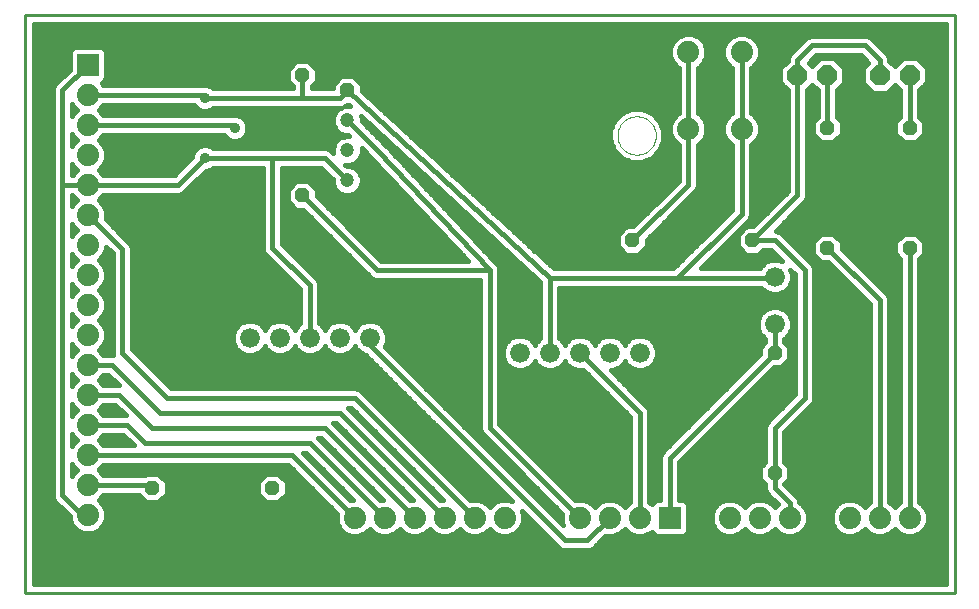
<source format=gbl>
G75*
G70*
%OFA0B0*%
%FSLAX24Y24*%
%IPPOS*%
%LPD*%
%AMOC8*
5,1,8,0,0,1.08239X$1,22.5*
%
%ADD10C,0.0100*%
%ADD11C,0.0360*%
%ADD12OC8,0.0480*%
%ADD13C,0.0660*%
%ADD14OC8,0.0472*%
%ADD15C,0.0472*%
%ADD16C,0.0000*%
%ADD17C,0.0740*%
%ADD18R,0.0740X0.0740*%
%ADD19OC8,0.0660*%
%ADD20C,0.0160*%
D10*
X004500Y000180D02*
X035500Y000180D01*
X035500Y019430D01*
X004500Y019430D01*
X004500Y000180D01*
D11*
X010500Y014680D03*
X011500Y015680D03*
X010500Y016680D03*
D12*
X013750Y017430D03*
X013750Y013430D03*
X024750Y011930D03*
X028750Y011930D03*
X031250Y011680D03*
X034000Y011680D03*
X029500Y008180D03*
X029500Y004180D03*
X012750Y003680D03*
X008750Y003680D03*
X031250Y015680D03*
X034000Y015680D03*
D13*
X029500Y010717D03*
X029500Y009143D03*
X025000Y008180D03*
X024000Y008180D03*
X023000Y008180D03*
X022000Y008180D03*
X021000Y008180D03*
X016000Y008680D03*
X015000Y008680D03*
X014000Y008680D03*
X013000Y008680D03*
X012000Y008680D03*
D14*
X015250Y016930D03*
D15*
X015250Y015930D03*
X015250Y014930D03*
X015250Y013930D03*
D16*
X024256Y015430D02*
X024258Y015480D01*
X024264Y015530D01*
X024274Y015579D01*
X024287Y015628D01*
X024305Y015675D01*
X024326Y015721D01*
X024350Y015764D01*
X024378Y015806D01*
X024409Y015846D01*
X024443Y015883D01*
X024480Y015917D01*
X024520Y015948D01*
X024562Y015976D01*
X024605Y016000D01*
X024651Y016021D01*
X024698Y016039D01*
X024747Y016052D01*
X024796Y016062D01*
X024846Y016068D01*
X024896Y016070D01*
X024946Y016068D01*
X024996Y016062D01*
X025045Y016052D01*
X025094Y016039D01*
X025141Y016021D01*
X025187Y016000D01*
X025230Y015976D01*
X025272Y015948D01*
X025312Y015917D01*
X025349Y015883D01*
X025383Y015846D01*
X025414Y015806D01*
X025442Y015764D01*
X025466Y015721D01*
X025487Y015675D01*
X025505Y015628D01*
X025518Y015579D01*
X025528Y015530D01*
X025534Y015480D01*
X025536Y015430D01*
X025534Y015380D01*
X025528Y015330D01*
X025518Y015281D01*
X025505Y015232D01*
X025487Y015185D01*
X025466Y015139D01*
X025442Y015096D01*
X025414Y015054D01*
X025383Y015014D01*
X025349Y014977D01*
X025312Y014943D01*
X025272Y014912D01*
X025230Y014884D01*
X025187Y014860D01*
X025141Y014839D01*
X025094Y014821D01*
X025045Y014808D01*
X024996Y014798D01*
X024946Y014792D01*
X024896Y014790D01*
X024846Y014792D01*
X024796Y014798D01*
X024747Y014808D01*
X024698Y014821D01*
X024651Y014839D01*
X024605Y014860D01*
X024562Y014884D01*
X024520Y014912D01*
X024480Y014943D01*
X024443Y014977D01*
X024409Y015014D01*
X024378Y015054D01*
X024350Y015096D01*
X024326Y015139D01*
X024305Y015185D01*
X024287Y015232D01*
X024274Y015281D01*
X024264Y015330D01*
X024258Y015380D01*
X024256Y015430D01*
D17*
X026610Y015650D03*
X028390Y015650D03*
X028390Y018210D03*
X026610Y018210D03*
X006602Y016778D03*
X006602Y015778D03*
X006602Y014778D03*
X006602Y013778D03*
X006602Y012778D03*
X006602Y011778D03*
X006602Y010778D03*
X006602Y009778D03*
X006602Y008778D03*
X006602Y007778D03*
X006602Y006778D03*
X006602Y005778D03*
X006602Y004778D03*
X006602Y003778D03*
X006602Y002778D03*
X015500Y002680D03*
X016500Y002680D03*
X017500Y002680D03*
X018500Y002680D03*
X019500Y002680D03*
X020500Y002680D03*
X023000Y002680D03*
X024000Y002680D03*
X025000Y002680D03*
X028000Y002680D03*
X029000Y002680D03*
X030000Y002680D03*
X032000Y002680D03*
X033000Y002680D03*
X034000Y002680D03*
D18*
X026000Y002680D03*
X006602Y017778D03*
D19*
X030250Y017430D03*
X031250Y017430D03*
X033000Y017430D03*
X034000Y017430D03*
D20*
X034000Y015680D01*
X034320Y016039D02*
X034480Y015879D01*
X034480Y015481D01*
X034199Y015200D01*
X033801Y015200D01*
X033520Y015481D01*
X033520Y015879D01*
X033680Y016039D01*
X033680Y016944D01*
X033500Y017124D01*
X033236Y016860D01*
X032764Y016860D01*
X032430Y017194D01*
X032430Y017666D01*
X032621Y017857D01*
X032367Y018110D01*
X030883Y018110D01*
X030629Y017857D01*
X030750Y017736D01*
X031014Y018000D01*
X031486Y018000D01*
X031820Y017666D01*
X031820Y017194D01*
X031570Y016944D01*
X031570Y016039D01*
X031730Y015879D01*
X031730Y015481D01*
X031449Y015200D01*
X031051Y015200D01*
X030770Y015481D01*
X030770Y015879D01*
X030930Y016039D01*
X030930Y016944D01*
X030750Y017124D01*
X030570Y016944D01*
X030570Y013366D01*
X030521Y013249D01*
X029523Y012250D01*
X029564Y012250D01*
X029681Y012201D01*
X030681Y011201D01*
X030771Y011111D01*
X030820Y010994D01*
X030820Y006616D01*
X030771Y006499D01*
X029820Y005547D01*
X029820Y004539D01*
X029980Y004379D01*
X029980Y003981D01*
X029820Y003821D01*
X029820Y003813D01*
X030271Y003361D01*
X030320Y003244D01*
X030320Y003208D01*
X030346Y003197D01*
X030517Y003026D01*
X030610Y002801D01*
X030610Y002559D01*
X030517Y002334D01*
X030346Y002163D01*
X030121Y002070D01*
X029879Y002070D01*
X029654Y002163D01*
X029500Y002317D01*
X029346Y002163D01*
X029121Y002070D01*
X028879Y002070D01*
X028654Y002163D01*
X028500Y002317D01*
X028346Y002163D01*
X028121Y002070D01*
X027879Y002070D01*
X027654Y002163D01*
X027483Y002334D01*
X027390Y002559D01*
X027390Y002801D01*
X027483Y003026D01*
X027654Y003197D01*
X027879Y003290D01*
X028121Y003290D01*
X028346Y003197D01*
X028500Y003043D01*
X028654Y003197D01*
X028879Y003290D01*
X029121Y003290D01*
X029346Y003197D01*
X029500Y003043D01*
X029592Y003135D01*
X029319Y003409D01*
X029229Y003499D01*
X029180Y003616D01*
X029180Y003821D01*
X029020Y003981D01*
X029020Y004379D01*
X029180Y004539D01*
X029180Y005744D01*
X029229Y005861D01*
X029319Y005951D01*
X030180Y006813D01*
X030180Y010797D01*
X030016Y010962D01*
X030070Y010831D01*
X030070Y010604D01*
X029983Y010395D01*
X029823Y010234D01*
X029613Y010147D01*
X029387Y010147D01*
X029177Y010234D01*
X029051Y010360D01*
X022320Y010360D01*
X022320Y008664D01*
X022323Y008663D01*
X022483Y008503D01*
X022500Y008462D01*
X022517Y008503D01*
X022677Y008663D01*
X022887Y008750D01*
X023113Y008750D01*
X023323Y008663D01*
X023483Y008503D01*
X023500Y008462D01*
X023517Y008503D01*
X023677Y008663D01*
X023887Y008750D01*
X024113Y008750D01*
X024323Y008663D01*
X024483Y008503D01*
X024500Y008462D01*
X024517Y008503D01*
X024677Y008663D01*
X024887Y008750D01*
X025113Y008750D01*
X025323Y008663D01*
X025483Y008503D01*
X025570Y008293D01*
X025570Y008067D01*
X025483Y007857D01*
X025323Y007697D01*
X025113Y007610D01*
X024887Y007610D01*
X024677Y007697D01*
X024517Y007857D01*
X024500Y007898D01*
X024483Y007857D01*
X024323Y007697D01*
X024113Y007610D01*
X024023Y007610D01*
X025271Y006361D01*
X025320Y006244D01*
X025320Y003208D01*
X025346Y003197D01*
X025406Y003137D01*
X025427Y003186D01*
X025494Y003253D01*
X025582Y003290D01*
X025680Y003290D01*
X025680Y004744D01*
X025729Y004861D01*
X025819Y004951D01*
X029020Y008153D01*
X029020Y008379D01*
X029180Y008539D01*
X029180Y008658D01*
X029177Y008659D01*
X029017Y008820D01*
X028930Y009029D01*
X028930Y009256D01*
X029017Y009465D01*
X029177Y009626D01*
X029387Y009713D01*
X029613Y009713D01*
X029823Y009626D01*
X029983Y009465D01*
X030070Y009256D01*
X030070Y009029D01*
X029983Y008820D01*
X029823Y008659D01*
X029820Y008658D01*
X029820Y008539D01*
X029980Y008379D01*
X029980Y007981D01*
X029699Y007700D01*
X029473Y007700D01*
X026320Y004547D01*
X026320Y003290D01*
X026418Y003290D01*
X026506Y003253D01*
X026573Y003186D01*
X026610Y003098D01*
X026610Y002262D01*
X026573Y002174D01*
X026506Y002107D01*
X026418Y002070D01*
X025582Y002070D01*
X025494Y002107D01*
X025427Y002174D01*
X025406Y002223D01*
X025346Y002163D01*
X025121Y002070D01*
X024879Y002070D01*
X024654Y002163D01*
X024500Y002317D01*
X024346Y002163D01*
X024121Y002070D01*
X023879Y002070D01*
X023853Y002081D01*
X023431Y001659D01*
X023314Y001610D01*
X022436Y001610D01*
X022319Y001659D01*
X022229Y001749D01*
X021063Y002914D01*
X021110Y002801D01*
X021110Y002559D01*
X021017Y002334D01*
X020846Y002163D01*
X020621Y002070D01*
X020379Y002070D01*
X020154Y002163D01*
X020000Y002317D01*
X019846Y002163D01*
X019621Y002070D01*
X019379Y002070D01*
X019154Y002163D01*
X019000Y002317D01*
X018846Y002163D01*
X018621Y002070D01*
X018379Y002070D01*
X018154Y002163D01*
X018000Y002317D01*
X017846Y002163D01*
X017621Y002070D01*
X017379Y002070D01*
X017154Y002163D01*
X017000Y002317D01*
X016846Y002163D01*
X016621Y002070D01*
X016379Y002070D01*
X016154Y002163D01*
X016000Y002317D01*
X015846Y002163D01*
X015621Y002070D01*
X015379Y002070D01*
X015154Y002163D01*
X014983Y002334D01*
X014890Y002559D01*
X014890Y002801D01*
X014901Y002827D01*
X013269Y004458D01*
X007130Y004458D01*
X007119Y004433D01*
X006965Y004278D01*
X007119Y004124D01*
X007130Y004098D01*
X008490Y004098D01*
X008551Y004160D01*
X008949Y004160D01*
X009230Y003879D01*
X009230Y003481D01*
X008949Y003200D01*
X008551Y003200D01*
X008293Y003458D01*
X007130Y003458D01*
X007119Y003433D01*
X006965Y003278D01*
X007119Y003124D01*
X007212Y002900D01*
X007212Y002657D01*
X007119Y002433D01*
X006948Y002261D01*
X006724Y002168D01*
X006481Y002168D01*
X006257Y002261D01*
X006085Y002433D01*
X005992Y002657D01*
X005992Y002735D01*
X005479Y003249D01*
X005430Y003366D01*
X005430Y016994D01*
X005479Y017111D01*
X005569Y017201D01*
X005992Y017625D01*
X005992Y018196D01*
X006029Y018284D01*
X006096Y018352D01*
X006185Y018388D01*
X007020Y018388D01*
X007108Y018352D01*
X007176Y018284D01*
X007212Y018196D01*
X007212Y017361D01*
X007176Y017272D01*
X007108Y017205D01*
X007059Y017185D01*
X007119Y017124D01*
X007130Y017098D01*
X010413Y017098D01*
X010416Y017100D01*
X010584Y017100D01*
X010738Y017036D01*
X010774Y017000D01*
X013430Y017000D01*
X013430Y017071D01*
X013270Y017231D01*
X013270Y017629D01*
X013551Y017910D01*
X013949Y017910D01*
X014230Y017629D01*
X014230Y017231D01*
X014070Y017071D01*
X014070Y017000D01*
X014774Y017000D01*
X014774Y017127D01*
X015053Y017406D01*
X015447Y017406D01*
X015726Y017127D01*
X015726Y016925D01*
X022125Y011000D01*
X026117Y011000D01*
X028070Y012953D01*
X028070Y015122D01*
X028044Y015133D01*
X027873Y015304D01*
X027780Y015529D01*
X027780Y015771D01*
X027873Y015996D01*
X028044Y016167D01*
X028070Y016178D01*
X028070Y017682D01*
X028044Y017693D01*
X027873Y017864D01*
X027780Y018089D01*
X027780Y018331D01*
X027873Y018556D01*
X028044Y018727D01*
X028269Y018820D01*
X028511Y018820D01*
X028736Y018727D01*
X028907Y018556D01*
X029000Y018331D01*
X029000Y018089D01*
X028907Y017864D01*
X028736Y017693D01*
X028710Y017682D01*
X028710Y016178D01*
X028736Y016167D01*
X028907Y015996D01*
X029000Y015771D01*
X029000Y015529D01*
X028907Y015304D01*
X028736Y015133D01*
X028710Y015122D01*
X028710Y012756D01*
X028661Y012639D01*
X027023Y011000D01*
X029000Y011000D01*
X029017Y011040D01*
X029177Y011201D01*
X029387Y011287D01*
X029613Y011287D01*
X029744Y011233D01*
X029367Y011610D01*
X029109Y011610D01*
X028949Y011450D01*
X028551Y011450D01*
X028270Y011731D01*
X028270Y012129D01*
X028551Y012410D01*
X028777Y012410D01*
X029930Y013563D01*
X029930Y016944D01*
X029680Y017194D01*
X029680Y017666D01*
X029930Y017916D01*
X029930Y017994D01*
X029979Y018111D01*
X030479Y018611D01*
X030569Y018701D01*
X030686Y018750D01*
X032564Y018750D01*
X032681Y018701D01*
X033181Y018201D01*
X033271Y018111D01*
X033320Y017994D01*
X033320Y017916D01*
X033500Y017736D01*
X033764Y018000D01*
X034236Y018000D01*
X034570Y017666D01*
X034570Y017194D01*
X034320Y016944D01*
X034320Y016039D01*
X034329Y016030D02*
X035210Y016030D01*
X035210Y015872D02*
X034480Y015872D01*
X034480Y015713D02*
X035210Y015713D01*
X035210Y015555D02*
X034480Y015555D01*
X034395Y015396D02*
X035210Y015396D01*
X035210Y015238D02*
X034236Y015238D01*
X033764Y015238D02*
X031486Y015238D01*
X031645Y015396D02*
X033605Y015396D01*
X033520Y015555D02*
X031730Y015555D01*
X031730Y015713D02*
X033520Y015713D01*
X033520Y015872D02*
X031730Y015872D01*
X031579Y016030D02*
X033671Y016030D01*
X033680Y016189D02*
X031570Y016189D01*
X031570Y016347D02*
X033680Y016347D01*
X033680Y016506D02*
X031570Y016506D01*
X031570Y016664D02*
X033680Y016664D01*
X033680Y016823D02*
X031570Y016823D01*
X031607Y016981D02*
X032643Y016981D01*
X032484Y017140D02*
X031766Y017140D01*
X031820Y017298D02*
X032430Y017298D01*
X032430Y017457D02*
X031820Y017457D01*
X031820Y017615D02*
X032430Y017615D01*
X032537Y017774D02*
X031713Y017774D01*
X031554Y017932D02*
X032545Y017932D01*
X032387Y018091D02*
X030863Y018091D01*
X030946Y017932D02*
X030705Y017932D01*
X030713Y017774D02*
X030787Y017774D01*
X030250Y017930D02*
X030250Y017430D01*
X030250Y013430D01*
X028750Y011930D01*
X029500Y011930D01*
X030500Y010930D01*
X030500Y006680D01*
X029500Y005680D01*
X029500Y004180D01*
X029500Y003680D01*
X030000Y003180D01*
X030000Y002680D01*
X030610Y002716D02*
X031390Y002716D01*
X031390Y002801D02*
X031390Y002559D01*
X031483Y002334D01*
X031654Y002163D01*
X031879Y002070D01*
X032121Y002070D01*
X032346Y002163D01*
X032500Y002317D01*
X032654Y002163D01*
X032879Y002070D01*
X033121Y002070D01*
X033346Y002163D01*
X033500Y002317D01*
X033654Y002163D01*
X033879Y002070D01*
X034121Y002070D01*
X034346Y002163D01*
X034517Y002334D01*
X034610Y002559D01*
X034610Y002801D01*
X034517Y003026D01*
X034346Y003197D01*
X034320Y003208D01*
X034320Y011321D01*
X034480Y011481D01*
X034480Y011879D01*
X034199Y012160D01*
X033801Y012160D01*
X033520Y011879D01*
X033520Y011481D01*
X033680Y011321D01*
X033680Y003208D01*
X033654Y003197D01*
X033500Y003043D01*
X033346Y003197D01*
X033320Y003208D01*
X033320Y009994D01*
X033271Y010111D01*
X033181Y010201D01*
X031730Y011653D01*
X031730Y011879D01*
X031449Y012160D01*
X031051Y012160D01*
X030770Y011879D01*
X030770Y011481D01*
X031051Y011200D01*
X031277Y011200D01*
X032680Y009797D01*
X032680Y003208D01*
X032654Y003197D01*
X032500Y003043D01*
X032346Y003197D01*
X032121Y003290D01*
X031879Y003290D01*
X031654Y003197D01*
X031483Y003026D01*
X031390Y002801D01*
X031420Y002875D02*
X030580Y002875D01*
X030510Y003033D02*
X031490Y003033D01*
X031649Y003192D02*
X030351Y003192D01*
X030276Y003350D02*
X032680Y003350D01*
X032680Y003509D02*
X030124Y003509D01*
X029966Y003667D02*
X032680Y003667D01*
X032680Y003826D02*
X029824Y003826D01*
X029980Y003984D02*
X032680Y003984D01*
X032680Y004143D02*
X029980Y004143D01*
X029980Y004301D02*
X032680Y004301D01*
X032680Y004460D02*
X029899Y004460D01*
X029820Y004618D02*
X032680Y004618D01*
X032680Y004777D02*
X029820Y004777D01*
X029820Y004935D02*
X032680Y004935D01*
X032680Y005094D02*
X029820Y005094D01*
X029820Y005252D02*
X032680Y005252D01*
X032680Y005411D02*
X029820Y005411D01*
X029842Y005569D02*
X032680Y005569D01*
X032680Y005728D02*
X030000Y005728D01*
X030159Y005886D02*
X032680Y005886D01*
X032680Y006045D02*
X030317Y006045D01*
X030476Y006203D02*
X032680Y006203D01*
X032680Y006362D02*
X030634Y006362D01*
X030780Y006520D02*
X032680Y006520D01*
X032680Y006679D02*
X030820Y006679D01*
X030820Y006837D02*
X032680Y006837D01*
X032680Y006996D02*
X030820Y006996D01*
X030820Y007154D02*
X032680Y007154D01*
X032680Y007313D02*
X030820Y007313D01*
X030820Y007471D02*
X032680Y007471D01*
X032680Y007630D02*
X030820Y007630D01*
X030820Y007788D02*
X032680Y007788D01*
X032680Y007947D02*
X030820Y007947D01*
X030820Y008105D02*
X032680Y008105D01*
X032680Y008264D02*
X030820Y008264D01*
X030820Y008422D02*
X032680Y008422D01*
X032680Y008581D02*
X030820Y008581D01*
X030820Y008739D02*
X032680Y008739D01*
X032680Y008898D02*
X030820Y008898D01*
X030820Y009056D02*
X032680Y009056D01*
X032680Y009215D02*
X030820Y009215D01*
X030820Y009373D02*
X032680Y009373D01*
X032680Y009532D02*
X030820Y009532D01*
X030820Y009690D02*
X032680Y009690D01*
X032629Y009849D02*
X030820Y009849D01*
X030820Y010007D02*
X032470Y010007D01*
X032312Y010166D02*
X030820Y010166D01*
X030820Y010324D02*
X032153Y010324D01*
X031995Y010483D02*
X030820Y010483D01*
X030820Y010641D02*
X031836Y010641D01*
X031678Y010800D02*
X030820Y010800D01*
X030820Y010958D02*
X031519Y010958D01*
X031361Y011117D02*
X030766Y011117D01*
X030608Y011275D02*
X030976Y011275D01*
X030818Y011434D02*
X030449Y011434D01*
X030291Y011592D02*
X030770Y011592D01*
X030770Y011751D02*
X030132Y011751D01*
X029974Y011909D02*
X030800Y011909D01*
X030959Y012068D02*
X029815Y012068D01*
X029622Y012226D02*
X035210Y012226D01*
X035210Y012068D02*
X034291Y012068D01*
X034450Y011909D02*
X035210Y011909D01*
X035210Y011751D02*
X034480Y011751D01*
X034480Y011592D02*
X035210Y011592D01*
X035210Y011434D02*
X034432Y011434D01*
X034320Y011275D02*
X035210Y011275D01*
X035210Y011117D02*
X034320Y011117D01*
X034320Y010958D02*
X035210Y010958D01*
X035210Y010800D02*
X034320Y010800D01*
X034320Y010641D02*
X035210Y010641D01*
X035210Y010483D02*
X034320Y010483D01*
X034320Y010324D02*
X035210Y010324D01*
X035210Y010166D02*
X034320Y010166D01*
X034320Y010007D02*
X035210Y010007D01*
X035210Y009849D02*
X034320Y009849D01*
X034320Y009690D02*
X035210Y009690D01*
X035210Y009532D02*
X034320Y009532D01*
X034320Y009373D02*
X035210Y009373D01*
X035210Y009215D02*
X034320Y009215D01*
X034320Y009056D02*
X035210Y009056D01*
X035210Y008898D02*
X034320Y008898D01*
X034320Y008739D02*
X035210Y008739D01*
X035210Y008581D02*
X034320Y008581D01*
X034320Y008422D02*
X035210Y008422D01*
X035210Y008264D02*
X034320Y008264D01*
X034320Y008105D02*
X035210Y008105D01*
X035210Y007947D02*
X034320Y007947D01*
X034320Y007788D02*
X035210Y007788D01*
X035210Y007630D02*
X034320Y007630D01*
X034320Y007471D02*
X035210Y007471D01*
X035210Y007313D02*
X034320Y007313D01*
X034320Y007154D02*
X035210Y007154D01*
X035210Y006996D02*
X034320Y006996D01*
X034320Y006837D02*
X035210Y006837D01*
X035210Y006679D02*
X034320Y006679D01*
X034320Y006520D02*
X035210Y006520D01*
X035210Y006362D02*
X034320Y006362D01*
X034320Y006203D02*
X035210Y006203D01*
X035210Y006045D02*
X034320Y006045D01*
X034320Y005886D02*
X035210Y005886D01*
X035210Y005728D02*
X034320Y005728D01*
X034320Y005569D02*
X035210Y005569D01*
X035210Y005411D02*
X034320Y005411D01*
X034320Y005252D02*
X035210Y005252D01*
X035210Y005094D02*
X034320Y005094D01*
X034320Y004935D02*
X035210Y004935D01*
X035210Y004777D02*
X034320Y004777D01*
X034320Y004618D02*
X035210Y004618D01*
X035210Y004460D02*
X034320Y004460D01*
X034320Y004301D02*
X035210Y004301D01*
X035210Y004143D02*
X034320Y004143D01*
X034320Y003984D02*
X035210Y003984D01*
X035210Y003826D02*
X034320Y003826D01*
X034320Y003667D02*
X035210Y003667D01*
X035210Y003509D02*
X034320Y003509D01*
X034320Y003350D02*
X035210Y003350D01*
X035210Y003192D02*
X034351Y003192D01*
X034510Y003033D02*
X035210Y003033D01*
X035210Y002875D02*
X034580Y002875D01*
X034610Y002716D02*
X035210Y002716D01*
X035210Y002558D02*
X034610Y002558D01*
X034544Y002399D02*
X035210Y002399D01*
X035210Y002241D02*
X034423Y002241D01*
X034150Y002082D02*
X035210Y002082D01*
X035210Y001924D02*
X023696Y001924D01*
X023538Y001765D02*
X035210Y001765D01*
X035210Y001607D02*
X004790Y001607D01*
X004790Y001765D02*
X022212Y001765D01*
X022054Y001924D02*
X004790Y001924D01*
X004790Y002082D02*
X015350Y002082D01*
X015650Y002082D02*
X016350Y002082D01*
X016650Y002082D02*
X017350Y002082D01*
X017650Y002082D02*
X018350Y002082D01*
X018650Y002082D02*
X019350Y002082D01*
X019650Y002082D02*
X020350Y002082D01*
X020650Y002082D02*
X021895Y002082D01*
X021737Y002241D02*
X020923Y002241D01*
X021044Y002399D02*
X021578Y002399D01*
X021420Y002558D02*
X021110Y002558D01*
X021110Y002716D02*
X021261Y002716D01*
X021103Y002875D02*
X021080Y002875D01*
X020734Y003243D02*
X020621Y003290D01*
X020379Y003290D01*
X020154Y003197D01*
X020000Y003043D01*
X019846Y003197D01*
X019621Y003290D01*
X019379Y003290D01*
X019353Y003279D01*
X015681Y006951D01*
X015564Y007000D01*
X009383Y007000D01*
X008070Y008313D01*
X008070Y011694D01*
X008021Y011812D01*
X007202Y012632D01*
X007212Y012657D01*
X007212Y012900D01*
X007119Y013124D01*
X006965Y013278D01*
X007119Y013433D01*
X007130Y013458D01*
X009662Y013458D01*
X009780Y013507D01*
X009870Y013597D01*
X009870Y013597D01*
X010533Y014260D01*
X010584Y014260D01*
X010738Y014324D01*
X010774Y014360D01*
X012430Y014360D01*
X012430Y011616D01*
X012479Y011499D01*
X012569Y011409D01*
X013680Y010297D01*
X013680Y009164D01*
X013677Y009163D01*
X013517Y009003D01*
X013500Y008962D01*
X013483Y009003D01*
X013323Y009163D01*
X013113Y009250D01*
X012887Y009250D01*
X012677Y009163D01*
X012517Y009003D01*
X012500Y008962D01*
X012483Y009003D01*
X012323Y009163D01*
X012113Y009250D01*
X011887Y009250D01*
X011677Y009163D01*
X011517Y009003D01*
X011430Y008793D01*
X011430Y008567D01*
X011517Y008357D01*
X011677Y008197D01*
X011887Y008110D01*
X012113Y008110D01*
X012323Y008197D01*
X012483Y008357D01*
X012500Y008398D01*
X012517Y008357D01*
X012677Y008197D01*
X012887Y008110D01*
X013113Y008110D01*
X013323Y008197D01*
X013483Y008357D01*
X013500Y008398D01*
X013517Y008357D01*
X013677Y008197D01*
X013887Y008110D01*
X014113Y008110D01*
X014323Y008197D01*
X014483Y008357D01*
X014500Y008398D01*
X014517Y008357D01*
X014677Y008197D01*
X014887Y008110D01*
X015113Y008110D01*
X015323Y008197D01*
X015483Y008357D01*
X015500Y008398D01*
X015517Y008357D01*
X015677Y008197D01*
X015854Y008124D01*
X020734Y003243D01*
X020627Y003350D02*
X019283Y003350D01*
X019124Y003509D02*
X020469Y003509D01*
X020310Y003667D02*
X018966Y003667D01*
X018807Y003826D02*
X020152Y003826D01*
X019993Y003984D02*
X018649Y003984D01*
X018490Y004143D02*
X019835Y004143D01*
X019676Y004301D02*
X018332Y004301D01*
X018173Y004460D02*
X019518Y004460D01*
X019359Y004618D02*
X018015Y004618D01*
X017856Y004777D02*
X019201Y004777D01*
X019042Y004935D02*
X017698Y004935D01*
X017539Y005094D02*
X018884Y005094D01*
X018725Y005252D02*
X017381Y005252D01*
X017222Y005411D02*
X018567Y005411D01*
X018408Y005569D02*
X017064Y005569D01*
X016905Y005728D02*
X018250Y005728D01*
X018091Y005886D02*
X016747Y005886D01*
X016588Y006045D02*
X017933Y006045D01*
X017774Y006203D02*
X016430Y006203D01*
X016271Y006362D02*
X017616Y006362D01*
X017457Y006520D02*
X016113Y006520D01*
X015954Y006679D02*
X017299Y006679D01*
X017140Y006837D02*
X015796Y006837D01*
X015574Y006996D02*
X016982Y006996D01*
X016823Y007154D02*
X009229Y007154D01*
X009070Y007313D02*
X016665Y007313D01*
X016506Y007471D02*
X008912Y007471D01*
X008753Y007630D02*
X016348Y007630D01*
X016189Y007788D02*
X008595Y007788D01*
X008436Y007947D02*
X016031Y007947D01*
X015872Y008105D02*
X008278Y008105D01*
X008119Y008264D02*
X011610Y008264D01*
X011490Y008422D02*
X008070Y008422D01*
X008070Y008581D02*
X011430Y008581D01*
X011430Y008739D02*
X008070Y008739D01*
X008070Y008898D02*
X011473Y008898D01*
X011570Y009056D02*
X008070Y009056D01*
X008070Y009215D02*
X011801Y009215D01*
X012199Y009215D02*
X012801Y009215D01*
X012570Y009056D02*
X012430Y009056D01*
X013199Y009215D02*
X013680Y009215D01*
X013680Y009373D02*
X008070Y009373D01*
X008070Y009532D02*
X013680Y009532D01*
X013680Y009690D02*
X008070Y009690D01*
X008070Y009849D02*
X013680Y009849D01*
X013680Y010007D02*
X008070Y010007D01*
X008070Y010166D02*
X013680Y010166D01*
X013653Y010324D02*
X008070Y010324D01*
X008070Y010483D02*
X013495Y010483D01*
X013336Y010641D02*
X008070Y010641D01*
X008070Y010800D02*
X013178Y010800D01*
X013019Y010958D02*
X008070Y010958D01*
X008070Y011117D02*
X012861Y011117D01*
X012702Y011275D02*
X008070Y011275D01*
X008070Y011434D02*
X012544Y011434D01*
X012440Y011592D02*
X008070Y011592D01*
X008047Y011751D02*
X012430Y011751D01*
X012430Y011909D02*
X007924Y011909D01*
X007766Y012068D02*
X012430Y012068D01*
X012430Y012226D02*
X007607Y012226D01*
X007449Y012385D02*
X012430Y012385D01*
X012430Y012543D02*
X007290Y012543D01*
X007212Y012702D02*
X012430Y012702D01*
X012430Y012860D02*
X007212Y012860D01*
X007163Y013019D02*
X012430Y013019D01*
X012430Y013177D02*
X007066Y013177D01*
X007022Y013336D02*
X012430Y013336D01*
X012430Y013494D02*
X009748Y013494D01*
X009925Y013653D02*
X012430Y013653D01*
X012430Y013811D02*
X010084Y013811D01*
X010242Y013970D02*
X012430Y013970D01*
X012430Y014128D02*
X010401Y014128D01*
X010648Y014287D02*
X012430Y014287D01*
X012750Y014680D02*
X012750Y011680D01*
X014000Y010430D01*
X014000Y008680D01*
X014500Y008962D02*
X014483Y009003D01*
X014323Y009163D01*
X014320Y009164D01*
X014320Y010494D01*
X014271Y010611D01*
X013070Y011813D01*
X013070Y014360D01*
X014367Y014360D01*
X014774Y013954D01*
X014774Y013835D01*
X014846Y013660D01*
X014980Y013526D01*
X015155Y013454D01*
X015345Y013454D01*
X015520Y013526D01*
X015654Y013660D01*
X015726Y013835D01*
X015726Y014025D01*
X015654Y014200D01*
X015520Y014334D01*
X015345Y014406D01*
X015226Y014406D01*
X015179Y014454D01*
X015345Y014454D01*
X015520Y014526D01*
X015654Y014660D01*
X015726Y014835D01*
X015726Y015001D01*
X016020Y014707D01*
X019261Y011250D01*
X016383Y011250D01*
X014230Y013403D01*
X014230Y013629D01*
X013949Y013910D01*
X013551Y013910D01*
X013270Y013629D01*
X013270Y013231D01*
X013551Y012950D01*
X013777Y012950D01*
X015979Y010749D01*
X015979Y010749D01*
X016069Y010659D01*
X016186Y010610D01*
X019680Y010610D01*
X019680Y005616D01*
X019729Y005499D01*
X022401Y002827D01*
X022390Y002801D01*
X022390Y002559D01*
X022437Y002446D01*
X016496Y008387D01*
X016570Y008567D01*
X016570Y008793D01*
X016483Y009003D01*
X016323Y009163D01*
X016113Y009250D01*
X015887Y009250D01*
X015677Y009163D01*
X015517Y009003D01*
X015500Y008962D01*
X015483Y009003D01*
X015323Y009163D01*
X015113Y009250D01*
X014887Y009250D01*
X014677Y009163D01*
X014517Y009003D01*
X014500Y008962D01*
X014430Y009056D02*
X014570Y009056D01*
X014801Y009215D02*
X014320Y009215D01*
X014320Y009373D02*
X019680Y009373D01*
X019680Y009215D02*
X016199Y009215D01*
X016430Y009056D02*
X019680Y009056D01*
X019680Y008898D02*
X016527Y008898D01*
X016570Y008739D02*
X019680Y008739D01*
X019680Y008581D02*
X016570Y008581D01*
X016510Y008422D02*
X019680Y008422D01*
X019680Y008264D02*
X016619Y008264D01*
X016778Y008105D02*
X019680Y008105D01*
X019680Y007947D02*
X016936Y007947D01*
X017095Y007788D02*
X019680Y007788D01*
X019680Y007630D02*
X017253Y007630D01*
X017412Y007471D02*
X019680Y007471D01*
X019680Y007313D02*
X017570Y007313D01*
X017729Y007154D02*
X019680Y007154D01*
X019680Y006996D02*
X017887Y006996D01*
X018046Y006837D02*
X019680Y006837D01*
X019680Y006679D02*
X018204Y006679D01*
X018363Y006520D02*
X019680Y006520D01*
X019680Y006362D02*
X018521Y006362D01*
X018680Y006203D02*
X019680Y006203D01*
X019680Y006045D02*
X018838Y006045D01*
X018997Y005886D02*
X019680Y005886D01*
X019680Y005728D02*
X019155Y005728D01*
X019314Y005569D02*
X019700Y005569D01*
X019817Y005411D02*
X019472Y005411D01*
X019631Y005252D02*
X019975Y005252D01*
X020134Y005094D02*
X019789Y005094D01*
X019948Y004935D02*
X020292Y004935D01*
X020451Y004777D02*
X020106Y004777D01*
X020265Y004618D02*
X020609Y004618D01*
X020768Y004460D02*
X020423Y004460D01*
X020582Y004301D02*
X020926Y004301D01*
X021085Y004143D02*
X020740Y004143D01*
X020899Y003984D02*
X021243Y003984D01*
X021402Y003826D02*
X021057Y003826D01*
X021216Y003667D02*
X021560Y003667D01*
X021719Y003509D02*
X021374Y003509D01*
X021533Y003350D02*
X021877Y003350D01*
X022036Y003192D02*
X021691Y003192D01*
X021850Y003033D02*
X022194Y003033D01*
X022353Y002875D02*
X022008Y002875D01*
X022167Y002716D02*
X022390Y002716D01*
X022390Y002558D02*
X022325Y002558D01*
X023000Y002680D02*
X020000Y005680D01*
X020000Y010930D01*
X016250Y010930D01*
X013750Y013430D01*
X014230Y013494D02*
X015058Y013494D01*
X014854Y013653D02*
X014206Y013653D01*
X014048Y013811D02*
X014784Y013811D01*
X014758Y013970D02*
X013070Y013970D01*
X013070Y014128D02*
X014599Y014128D01*
X014441Y014287D02*
X013070Y014287D01*
X013070Y013811D02*
X013452Y013811D01*
X013294Y013653D02*
X013070Y013653D01*
X013070Y013494D02*
X013270Y013494D01*
X013270Y013336D02*
X013070Y013336D01*
X013070Y013177D02*
X013324Y013177D01*
X013483Y013019D02*
X013070Y013019D01*
X013070Y012860D02*
X013867Y012860D01*
X014026Y012702D02*
X013070Y012702D01*
X013070Y012543D02*
X014184Y012543D01*
X014343Y012385D02*
X013070Y012385D01*
X013070Y012226D02*
X014501Y012226D01*
X014660Y012068D02*
X013070Y012068D01*
X013070Y011909D02*
X014818Y011909D01*
X014977Y011751D02*
X013132Y011751D01*
X013291Y011592D02*
X015135Y011592D01*
X015294Y011434D02*
X013449Y011434D01*
X013608Y011275D02*
X015452Y011275D01*
X015611Y011117D02*
X013766Y011117D01*
X013925Y010958D02*
X015769Y010958D01*
X015928Y010800D02*
X014083Y010800D01*
X014242Y010641D02*
X016111Y010641D01*
X016358Y011275D02*
X019238Y011275D01*
X019089Y011434D02*
X016199Y011434D01*
X016041Y011592D02*
X018941Y011592D01*
X018792Y011751D02*
X015882Y011751D01*
X015724Y011909D02*
X018644Y011909D01*
X018495Y012068D02*
X015565Y012068D01*
X015407Y012226D02*
X018346Y012226D01*
X018198Y012385D02*
X015248Y012385D01*
X015090Y012543D02*
X018049Y012543D01*
X017901Y012702D02*
X014931Y012702D01*
X014773Y012860D02*
X017752Y012860D01*
X017603Y013019D02*
X014614Y013019D01*
X014456Y013177D02*
X017455Y013177D01*
X017306Y013336D02*
X014297Y013336D01*
X015250Y013930D02*
X014500Y014680D01*
X012750Y014680D01*
X010500Y014680D01*
X009598Y013778D01*
X006602Y013778D01*
X005750Y013778D01*
X005750Y016930D01*
X006598Y017778D01*
X006602Y017778D01*
X005992Y017774D02*
X004790Y017774D01*
X004790Y017932D02*
X005992Y017932D01*
X005992Y018091D02*
X004790Y018091D01*
X004790Y018249D02*
X006014Y018249D01*
X004790Y018408D02*
X026032Y018408D01*
X026000Y018331D02*
X026000Y018089D01*
X026093Y017864D01*
X026264Y017693D01*
X026290Y017682D01*
X026290Y016178D01*
X026264Y016167D01*
X026093Y015996D01*
X026000Y015771D01*
X026000Y015529D01*
X026093Y015304D01*
X026264Y015133D01*
X026290Y015122D01*
X026290Y013923D01*
X024777Y012410D01*
X024551Y012410D01*
X024270Y012129D01*
X024270Y011731D01*
X024551Y011450D01*
X024949Y011450D01*
X025230Y011731D01*
X025230Y011957D01*
X026881Y013609D01*
X026930Y013726D01*
X026930Y015122D01*
X026956Y015133D01*
X027127Y015304D01*
X027220Y015529D01*
X027220Y015771D01*
X027127Y015996D01*
X026956Y016167D01*
X026930Y016178D01*
X026930Y017682D01*
X026956Y017693D01*
X027127Y017864D01*
X027220Y018089D01*
X027220Y018331D01*
X027127Y018556D01*
X026956Y018727D01*
X026731Y018820D01*
X026489Y018820D01*
X026264Y018727D01*
X026093Y018556D01*
X026000Y018331D01*
X026000Y018249D02*
X007190Y018249D01*
X007212Y018091D02*
X026000Y018091D01*
X026065Y017932D02*
X007212Y017932D01*
X007212Y017774D02*
X013415Y017774D01*
X013270Y017615D02*
X007212Y017615D01*
X007212Y017457D02*
X013270Y017457D01*
X013270Y017298D02*
X007186Y017298D01*
X007104Y017140D02*
X013362Y017140D01*
X013750Y017430D02*
X013750Y016680D01*
X015000Y016680D01*
X015250Y016930D01*
X022000Y010680D01*
X026250Y010680D01*
X028390Y012820D01*
X028390Y015650D01*
X028390Y018210D01*
X027845Y017932D02*
X027155Y017932D01*
X027220Y018091D02*
X027780Y018091D01*
X027780Y018249D02*
X027220Y018249D01*
X027188Y018408D02*
X027812Y018408D01*
X027883Y018566D02*
X027117Y018566D01*
X026958Y018725D02*
X028042Y018725D01*
X028738Y018725D02*
X030625Y018725D01*
X030433Y018566D02*
X028897Y018566D01*
X028968Y018408D02*
X030275Y018408D01*
X030116Y018249D02*
X029000Y018249D01*
X029000Y018091D02*
X029970Y018091D01*
X029930Y017932D02*
X028935Y017932D01*
X028816Y017774D02*
X029787Y017774D01*
X029680Y017615D02*
X028710Y017615D01*
X028710Y017457D02*
X029680Y017457D01*
X029680Y017298D02*
X028710Y017298D01*
X028710Y017140D02*
X029734Y017140D01*
X029893Y016981D02*
X028710Y016981D01*
X028710Y016823D02*
X029930Y016823D01*
X029930Y016664D02*
X028710Y016664D01*
X028710Y016506D02*
X029930Y016506D01*
X029930Y016347D02*
X028710Y016347D01*
X028710Y016189D02*
X029930Y016189D01*
X029930Y016030D02*
X028873Y016030D01*
X028959Y015872D02*
X029930Y015872D01*
X029930Y015713D02*
X029000Y015713D01*
X029000Y015555D02*
X029930Y015555D01*
X029930Y015396D02*
X028945Y015396D01*
X028840Y015238D02*
X029930Y015238D01*
X029930Y015079D02*
X028710Y015079D01*
X028710Y014921D02*
X029930Y014921D01*
X029930Y014762D02*
X028710Y014762D01*
X028710Y014604D02*
X029930Y014604D01*
X029930Y014445D02*
X028710Y014445D01*
X028710Y014287D02*
X029930Y014287D01*
X029930Y014128D02*
X028710Y014128D01*
X028710Y013970D02*
X029930Y013970D01*
X029930Y013811D02*
X028710Y013811D01*
X028710Y013653D02*
X029930Y013653D01*
X029861Y013494D02*
X028710Y013494D01*
X028710Y013336D02*
X029703Y013336D01*
X029544Y013177D02*
X028710Y013177D01*
X028710Y013019D02*
X029386Y013019D01*
X029227Y012860D02*
X028710Y012860D01*
X028687Y012702D02*
X029069Y012702D01*
X028910Y012543D02*
X028566Y012543D01*
X028526Y012385D02*
X028407Y012385D01*
X028367Y012226D02*
X028249Y012226D01*
X028270Y012068D02*
X028090Y012068D01*
X027932Y011909D02*
X028270Y011909D01*
X028270Y011751D02*
X027773Y011751D01*
X027615Y011592D02*
X028409Y011592D01*
X029091Y011592D02*
X029385Y011592D01*
X029544Y011434D02*
X027456Y011434D01*
X027298Y011275D02*
X029357Y011275D01*
X029643Y011275D02*
X029702Y011275D01*
X030017Y010958D02*
X030019Y010958D01*
X030070Y010800D02*
X030178Y010800D01*
X030180Y010641D02*
X030070Y010641D01*
X030020Y010483D02*
X030180Y010483D01*
X030180Y010324D02*
X029913Y010324D01*
X029657Y010166D02*
X030180Y010166D01*
X030180Y010007D02*
X022320Y010007D01*
X022320Y009849D02*
X030180Y009849D01*
X030180Y009690D02*
X029668Y009690D01*
X029917Y009532D02*
X030180Y009532D01*
X030180Y009373D02*
X030022Y009373D01*
X030070Y009215D02*
X030180Y009215D01*
X030180Y009056D02*
X030070Y009056D01*
X030015Y008898D02*
X030180Y008898D01*
X030180Y008739D02*
X029903Y008739D01*
X029820Y008581D02*
X030180Y008581D01*
X030180Y008422D02*
X029937Y008422D01*
X029980Y008264D02*
X030180Y008264D01*
X030180Y008105D02*
X029980Y008105D01*
X029945Y007947D02*
X030180Y007947D01*
X030180Y007788D02*
X029787Y007788D01*
X029402Y007630D02*
X030180Y007630D01*
X030180Y007471D02*
X029244Y007471D01*
X029085Y007313D02*
X030180Y007313D01*
X030180Y007154D02*
X028927Y007154D01*
X028768Y006996D02*
X030180Y006996D01*
X030180Y006837D02*
X028610Y006837D01*
X028451Y006679D02*
X030046Y006679D01*
X029887Y006520D02*
X028293Y006520D01*
X028134Y006362D02*
X029729Y006362D01*
X029570Y006203D02*
X027976Y006203D01*
X027817Y006045D02*
X029412Y006045D01*
X029253Y005886D02*
X027659Y005886D01*
X027500Y005728D02*
X029180Y005728D01*
X029180Y005569D02*
X027342Y005569D01*
X027183Y005411D02*
X029180Y005411D01*
X029180Y005252D02*
X027025Y005252D01*
X026866Y005094D02*
X029180Y005094D01*
X029180Y004935D02*
X026708Y004935D01*
X026549Y004777D02*
X029180Y004777D01*
X029180Y004618D02*
X026391Y004618D01*
X026320Y004460D02*
X029101Y004460D01*
X029020Y004301D02*
X026320Y004301D01*
X026320Y004143D02*
X029020Y004143D01*
X029020Y003984D02*
X026320Y003984D01*
X026320Y003826D02*
X029176Y003826D01*
X029180Y003667D02*
X026320Y003667D01*
X026320Y003509D02*
X029225Y003509D01*
X029377Y003350D02*
X026320Y003350D01*
X026568Y003192D02*
X027649Y003192D01*
X027490Y003033D02*
X026610Y003033D01*
X026610Y002875D02*
X027420Y002875D01*
X027390Y002716D02*
X026610Y002716D01*
X026610Y002558D02*
X027390Y002558D01*
X027456Y002399D02*
X026610Y002399D01*
X026601Y002241D02*
X027577Y002241D01*
X027850Y002082D02*
X026447Y002082D01*
X026000Y002680D02*
X026000Y004680D01*
X029500Y008180D01*
X029500Y009143D01*
X028978Y009373D02*
X022320Y009373D01*
X022320Y009215D02*
X028930Y009215D01*
X028930Y009056D02*
X022320Y009056D01*
X022320Y008898D02*
X028985Y008898D01*
X029097Y008739D02*
X025140Y008739D01*
X024860Y008739D02*
X024140Y008739D01*
X023860Y008739D02*
X023140Y008739D01*
X022860Y008739D02*
X022320Y008739D01*
X022406Y008581D02*
X022594Y008581D01*
X023000Y008180D02*
X025000Y006180D01*
X025000Y002680D01*
X024577Y002241D02*
X024423Y002241D01*
X024150Y002082D02*
X024850Y002082D01*
X025150Y002082D02*
X025553Y002082D01*
X024000Y002680D02*
X023250Y001930D01*
X022500Y001930D01*
X016000Y008430D01*
X016000Y008680D01*
X015610Y008264D02*
X015390Y008264D01*
X014610Y008264D02*
X014390Y008264D01*
X013610Y008264D02*
X013390Y008264D01*
X012610Y008264D02*
X012390Y008264D01*
X013430Y009056D02*
X013570Y009056D01*
X014320Y009532D02*
X019680Y009532D01*
X019680Y009690D02*
X014320Y009690D01*
X014320Y009849D02*
X019680Y009849D01*
X019680Y010007D02*
X014320Y010007D01*
X014320Y010166D02*
X019680Y010166D01*
X019680Y010324D02*
X014320Y010324D01*
X014320Y010483D02*
X019680Y010483D01*
X020320Y010483D02*
X021680Y010483D01*
X021680Y010540D02*
X021680Y008664D01*
X021677Y008663D01*
X021517Y008503D01*
X021500Y008462D01*
X021483Y008503D01*
X021323Y008663D01*
X021113Y008750D01*
X020887Y008750D01*
X020677Y008663D01*
X020517Y008503D01*
X020430Y008293D01*
X020430Y008067D01*
X020517Y007857D01*
X020677Y007697D01*
X020887Y007610D01*
X021113Y007610D01*
X021323Y007697D01*
X021483Y007857D01*
X021500Y007898D01*
X021517Y007857D01*
X021677Y007697D01*
X021887Y007610D01*
X022113Y007610D01*
X022323Y007697D01*
X022483Y007857D01*
X022500Y007898D01*
X022517Y007857D01*
X022677Y007697D01*
X022887Y007610D01*
X023113Y007610D01*
X023116Y007611D01*
X024680Y006047D01*
X024680Y003208D01*
X024654Y003197D01*
X024500Y003043D01*
X024346Y003197D01*
X024121Y003290D01*
X023879Y003290D01*
X023654Y003197D01*
X023500Y003043D01*
X023346Y003197D01*
X023121Y003290D01*
X022879Y003290D01*
X022853Y003279D01*
X020320Y005813D01*
X020320Y010925D01*
X020322Y010983D01*
X020320Y010988D01*
X020320Y010994D01*
X020298Y011048D01*
X020277Y011102D01*
X020273Y011106D01*
X020271Y011111D01*
X020230Y011153D01*
X016523Y015106D01*
X016521Y015111D01*
X016480Y015153D01*
X016440Y015195D01*
X016435Y015198D01*
X015726Y015906D01*
X015726Y016025D01*
X015707Y016071D01*
X021680Y010540D01*
X021571Y010641D02*
X020320Y010641D01*
X020320Y010800D02*
X021400Y010800D01*
X021229Y010958D02*
X020321Y010958D01*
X020266Y011117D02*
X021058Y011117D01*
X020886Y011275D02*
X020115Y011275D01*
X019967Y011434D02*
X020715Y011434D01*
X020544Y011592D02*
X019818Y011592D01*
X019669Y011751D02*
X020373Y011751D01*
X020202Y011909D02*
X019521Y011909D01*
X019372Y012068D02*
X020030Y012068D01*
X019859Y012226D02*
X019224Y012226D01*
X019075Y012385D02*
X019688Y012385D01*
X019517Y012543D02*
X018926Y012543D01*
X018778Y012702D02*
X019346Y012702D01*
X019175Y012860D02*
X018629Y012860D01*
X018481Y013019D02*
X019003Y013019D01*
X018832Y013177D02*
X018332Y013177D01*
X018183Y013336D02*
X018661Y013336D01*
X018490Y013494D02*
X018035Y013494D01*
X017886Y013653D02*
X018319Y013653D01*
X018147Y013811D02*
X017738Y013811D01*
X017589Y013970D02*
X017976Y013970D01*
X017805Y014128D02*
X017440Y014128D01*
X017292Y014287D02*
X017634Y014287D01*
X017463Y014445D02*
X017143Y014445D01*
X016995Y014604D02*
X017292Y014604D01*
X017120Y014762D02*
X016846Y014762D01*
X016949Y014921D02*
X016698Y014921D01*
X016778Y015079D02*
X016549Y015079D01*
X016607Y015238D02*
X016395Y015238D01*
X016436Y015396D02*
X016237Y015396D01*
X016265Y015555D02*
X016078Y015555D01*
X016093Y015713D02*
X015920Y015713D01*
X015922Y015872D02*
X015761Y015872D01*
X015751Y016030D02*
X015724Y016030D01*
X015250Y015930D02*
X016250Y014930D01*
X020000Y010930D01*
X020320Y010324D02*
X021680Y010324D01*
X021680Y010166D02*
X020320Y010166D01*
X020320Y010007D02*
X021680Y010007D01*
X021680Y009849D02*
X020320Y009849D01*
X020320Y009690D02*
X021680Y009690D01*
X021680Y009532D02*
X020320Y009532D01*
X020320Y009373D02*
X021680Y009373D01*
X021680Y009215D02*
X020320Y009215D01*
X020320Y009056D02*
X021680Y009056D01*
X021680Y008898D02*
X020320Y008898D01*
X020320Y008739D02*
X020860Y008739D01*
X021140Y008739D02*
X021680Y008739D01*
X021594Y008581D02*
X021406Y008581D01*
X022000Y008180D02*
X022000Y010680D01*
X022000Y011117D02*
X026234Y011117D01*
X026392Y011275D02*
X021828Y011275D01*
X021657Y011434D02*
X026551Y011434D01*
X026709Y011592D02*
X025091Y011592D01*
X025230Y011751D02*
X026868Y011751D01*
X027026Y011909D02*
X025230Y011909D01*
X025340Y012068D02*
X027185Y012068D01*
X027343Y012226D02*
X025499Y012226D01*
X025657Y012385D02*
X027502Y012385D01*
X027660Y012543D02*
X025816Y012543D01*
X025974Y012702D02*
X027819Y012702D01*
X027977Y012860D02*
X026133Y012860D01*
X026291Y013019D02*
X028070Y013019D01*
X028070Y013177D02*
X026450Y013177D01*
X026608Y013336D02*
X028070Y013336D01*
X028070Y013494D02*
X026767Y013494D01*
X026899Y013653D02*
X028070Y013653D01*
X028070Y013811D02*
X026930Y013811D01*
X026930Y013970D02*
X028070Y013970D01*
X028070Y014128D02*
X026930Y014128D01*
X026930Y014287D02*
X028070Y014287D01*
X028070Y014445D02*
X026930Y014445D01*
X026930Y014604D02*
X028070Y014604D01*
X028070Y014762D02*
X026930Y014762D01*
X026930Y014921D02*
X028070Y014921D01*
X028070Y015079D02*
X026930Y015079D01*
X027060Y015238D02*
X027940Y015238D01*
X027835Y015396D02*
X027165Y015396D01*
X027220Y015555D02*
X027780Y015555D01*
X027780Y015713D02*
X027220Y015713D01*
X027179Y015872D02*
X027821Y015872D01*
X027907Y016030D02*
X027093Y016030D01*
X026930Y016189D02*
X028070Y016189D01*
X028070Y016347D02*
X026930Y016347D01*
X026930Y016506D02*
X028070Y016506D01*
X028070Y016664D02*
X026930Y016664D01*
X026930Y016823D02*
X028070Y016823D01*
X028070Y016981D02*
X026930Y016981D01*
X026930Y017140D02*
X028070Y017140D01*
X028070Y017298D02*
X026930Y017298D01*
X026930Y017457D02*
X028070Y017457D01*
X028070Y017615D02*
X026930Y017615D01*
X027036Y017774D02*
X027964Y017774D01*
X026610Y018210D02*
X026610Y015650D01*
X026610Y013790D01*
X024750Y011930D01*
X024409Y011592D02*
X021486Y011592D01*
X021315Y011751D02*
X024270Y011751D01*
X024270Y011909D02*
X021144Y011909D01*
X020972Y012068D02*
X024270Y012068D01*
X024367Y012226D02*
X020801Y012226D01*
X020630Y012385D02*
X024526Y012385D01*
X024910Y012543D02*
X020459Y012543D01*
X020288Y012702D02*
X025069Y012702D01*
X025227Y012860D02*
X020117Y012860D01*
X019945Y013019D02*
X025386Y013019D01*
X025544Y013177D02*
X019774Y013177D01*
X019603Y013336D02*
X025703Y013336D01*
X025861Y013494D02*
X019432Y013494D01*
X019261Y013653D02*
X026020Y013653D01*
X026178Y013811D02*
X019089Y013811D01*
X018918Y013970D02*
X026290Y013970D01*
X026290Y014128D02*
X018747Y014128D01*
X018576Y014287D02*
X026290Y014287D01*
X026290Y014445D02*
X018405Y014445D01*
X018234Y014604D02*
X024592Y014604D01*
X024721Y014550D02*
X024397Y014684D01*
X024150Y014932D01*
X024016Y015255D01*
X024016Y015605D01*
X024150Y015928D01*
X024397Y016176D01*
X024721Y016310D01*
X025071Y016310D01*
X025394Y016176D01*
X025641Y015928D01*
X025775Y015605D01*
X025775Y015255D01*
X025641Y014932D01*
X025394Y014684D01*
X025071Y014550D01*
X024721Y014550D01*
X024319Y014762D02*
X018062Y014762D01*
X017891Y014921D02*
X024161Y014921D01*
X024089Y015079D02*
X017720Y015079D01*
X017549Y015238D02*
X024023Y015238D01*
X024016Y015396D02*
X017378Y015396D01*
X017207Y015555D02*
X024016Y015555D01*
X024061Y015713D02*
X017035Y015713D01*
X016864Y015872D02*
X024126Y015872D01*
X024252Y016030D02*
X016693Y016030D01*
X016522Y016189D02*
X024428Y016189D01*
X025363Y016189D02*
X026290Y016189D01*
X026290Y016347D02*
X016351Y016347D01*
X016179Y016506D02*
X026290Y016506D01*
X026290Y016664D02*
X016008Y016664D01*
X015837Y016823D02*
X026290Y016823D01*
X026290Y016981D02*
X015726Y016981D01*
X015714Y017140D02*
X026290Y017140D01*
X026290Y017298D02*
X015555Y017298D01*
X014945Y017298D02*
X014230Y017298D01*
X014230Y017457D02*
X026290Y017457D01*
X026290Y017615D02*
X014230Y017615D01*
X014085Y017774D02*
X026184Y017774D01*
X026103Y018566D02*
X004790Y018566D01*
X004790Y018725D02*
X026262Y018725D01*
X030250Y017930D02*
X030750Y018430D01*
X032500Y018430D01*
X033000Y017930D01*
X033000Y017430D01*
X033357Y016981D02*
X033643Y016981D01*
X034320Y016823D02*
X035210Y016823D01*
X035210Y016981D02*
X034357Y016981D01*
X034516Y017140D02*
X035210Y017140D01*
X035210Y017298D02*
X034570Y017298D01*
X034570Y017457D02*
X035210Y017457D01*
X035210Y017615D02*
X034570Y017615D01*
X034463Y017774D02*
X035210Y017774D01*
X035210Y017932D02*
X034304Y017932D01*
X033696Y017932D02*
X033320Y017932D01*
X033280Y018091D02*
X035210Y018091D01*
X035210Y018249D02*
X033134Y018249D01*
X032975Y018408D02*
X035210Y018408D01*
X035210Y018566D02*
X032817Y018566D01*
X032625Y018725D02*
X035210Y018725D01*
X035210Y018883D02*
X004790Y018883D01*
X004790Y019042D02*
X035210Y019042D01*
X035210Y019140D02*
X035210Y000470D01*
X004790Y000470D01*
X004790Y019140D01*
X035210Y019140D01*
X033537Y017774D02*
X033463Y017774D01*
X034320Y016664D02*
X035210Y016664D01*
X035210Y016506D02*
X034320Y016506D01*
X034320Y016347D02*
X035210Y016347D01*
X035210Y016189D02*
X034320Y016189D01*
X035210Y015079D02*
X030570Y015079D01*
X030570Y014921D02*
X035210Y014921D01*
X035210Y014762D02*
X030570Y014762D01*
X030570Y014604D02*
X035210Y014604D01*
X035210Y014445D02*
X030570Y014445D01*
X030570Y014287D02*
X035210Y014287D01*
X035210Y014128D02*
X030570Y014128D01*
X030570Y013970D02*
X035210Y013970D01*
X035210Y013811D02*
X030570Y013811D01*
X030570Y013653D02*
X035210Y013653D01*
X035210Y013494D02*
X030570Y013494D01*
X030557Y013336D02*
X035210Y013336D01*
X035210Y013177D02*
X030450Y013177D01*
X030291Y013019D02*
X035210Y013019D01*
X035210Y012860D02*
X030133Y012860D01*
X029974Y012702D02*
X035210Y012702D01*
X035210Y012543D02*
X029816Y012543D01*
X029657Y012385D02*
X035210Y012385D01*
X034000Y011680D02*
X034000Y002680D01*
X033577Y002241D02*
X033423Y002241D01*
X033150Y002082D02*
X033850Y002082D01*
X032850Y002082D02*
X032150Y002082D01*
X031850Y002082D02*
X030150Y002082D01*
X029850Y002082D02*
X029150Y002082D01*
X028850Y002082D02*
X028150Y002082D01*
X028423Y002241D02*
X028577Y002241D01*
X029423Y002241D02*
X029577Y002241D01*
X030423Y002241D02*
X031577Y002241D01*
X031456Y002399D02*
X030544Y002399D01*
X030610Y002558D02*
X031390Y002558D01*
X032423Y002241D02*
X032577Y002241D01*
X033000Y002680D02*
X033000Y009930D01*
X031250Y011680D01*
X031730Y011751D02*
X033520Y011751D01*
X033520Y011592D02*
X031791Y011592D01*
X031949Y011434D02*
X033568Y011434D01*
X033680Y011275D02*
X032108Y011275D01*
X032266Y011117D02*
X033680Y011117D01*
X033680Y010958D02*
X032425Y010958D01*
X032583Y010800D02*
X033680Y010800D01*
X033680Y010641D02*
X032742Y010641D01*
X032900Y010483D02*
X033680Y010483D01*
X033680Y010324D02*
X033059Y010324D01*
X033217Y010166D02*
X033680Y010166D01*
X033680Y010007D02*
X033314Y010007D01*
X033320Y009849D02*
X033680Y009849D01*
X033680Y009690D02*
X033320Y009690D01*
X033320Y009532D02*
X033680Y009532D01*
X033680Y009373D02*
X033320Y009373D01*
X033320Y009215D02*
X033680Y009215D01*
X033680Y009056D02*
X033320Y009056D01*
X033320Y008898D02*
X033680Y008898D01*
X033680Y008739D02*
X033320Y008739D01*
X033320Y008581D02*
X033680Y008581D01*
X033680Y008422D02*
X033320Y008422D01*
X033320Y008264D02*
X033680Y008264D01*
X033680Y008105D02*
X033320Y008105D01*
X033320Y007947D02*
X033680Y007947D01*
X033680Y007788D02*
X033320Y007788D01*
X033320Y007630D02*
X033680Y007630D01*
X033680Y007471D02*
X033320Y007471D01*
X033320Y007313D02*
X033680Y007313D01*
X033680Y007154D02*
X033320Y007154D01*
X033320Y006996D02*
X033680Y006996D01*
X033680Y006837D02*
X033320Y006837D01*
X033320Y006679D02*
X033680Y006679D01*
X033680Y006520D02*
X033320Y006520D01*
X033320Y006362D02*
X033680Y006362D01*
X033680Y006203D02*
X033320Y006203D01*
X033320Y006045D02*
X033680Y006045D01*
X033680Y005886D02*
X033320Y005886D01*
X033320Y005728D02*
X033680Y005728D01*
X033680Y005569D02*
X033320Y005569D01*
X033320Y005411D02*
X033680Y005411D01*
X033680Y005252D02*
X033320Y005252D01*
X033320Y005094D02*
X033680Y005094D01*
X033680Y004935D02*
X033320Y004935D01*
X033320Y004777D02*
X033680Y004777D01*
X033680Y004618D02*
X033320Y004618D01*
X033320Y004460D02*
X033680Y004460D01*
X033680Y004301D02*
X033320Y004301D01*
X033320Y004143D02*
X033680Y004143D01*
X033680Y003984D02*
X033320Y003984D01*
X033320Y003826D02*
X033680Y003826D01*
X033680Y003667D02*
X033320Y003667D01*
X033320Y003509D02*
X033680Y003509D01*
X033680Y003350D02*
X033320Y003350D01*
X033351Y003192D02*
X033649Y003192D01*
X032649Y003192D02*
X032351Y003192D01*
X029536Y003192D02*
X029351Y003192D01*
X028649Y003192D02*
X028351Y003192D01*
X025680Y003350D02*
X025320Y003350D01*
X025320Y003509D02*
X025680Y003509D01*
X025680Y003667D02*
X025320Y003667D01*
X025320Y003826D02*
X025680Y003826D01*
X025680Y003984D02*
X025320Y003984D01*
X025320Y004143D02*
X025680Y004143D01*
X025680Y004301D02*
X025320Y004301D01*
X025320Y004460D02*
X025680Y004460D01*
X025680Y004618D02*
X025320Y004618D01*
X025320Y004777D02*
X025694Y004777D01*
X025802Y004935D02*
X025320Y004935D01*
X025320Y005094D02*
X025961Y005094D01*
X026119Y005252D02*
X025320Y005252D01*
X025320Y005411D02*
X026278Y005411D01*
X026436Y005569D02*
X025320Y005569D01*
X025320Y005728D02*
X026595Y005728D01*
X026753Y005886D02*
X025320Y005886D01*
X025320Y006045D02*
X026912Y006045D01*
X027070Y006203D02*
X025320Y006203D01*
X025271Y006362D02*
X027229Y006362D01*
X027387Y006520D02*
X025113Y006520D01*
X024954Y006679D02*
X027546Y006679D01*
X027704Y006837D02*
X024796Y006837D01*
X024637Y006996D02*
X027863Y006996D01*
X028021Y007154D02*
X024479Y007154D01*
X024320Y007313D02*
X028180Y007313D01*
X028338Y007471D02*
X024162Y007471D01*
X024160Y007630D02*
X024840Y007630D01*
X024586Y007788D02*
X024414Y007788D01*
X025160Y007630D02*
X028497Y007630D01*
X028655Y007788D02*
X025414Y007788D01*
X025520Y007947D02*
X028814Y007947D01*
X028972Y008105D02*
X025570Y008105D01*
X025570Y008264D02*
X029020Y008264D01*
X029063Y008422D02*
X025517Y008422D01*
X025406Y008581D02*
X029180Y008581D01*
X029083Y009532D02*
X022320Y009532D01*
X022320Y009690D02*
X029332Y009690D01*
X029343Y010166D02*
X022320Y010166D01*
X022320Y010324D02*
X029087Y010324D01*
X029463Y010680D02*
X026250Y010680D01*
X027139Y011117D02*
X029093Y011117D01*
X029500Y010717D02*
X029463Y010680D01*
X031700Y011909D02*
X033550Y011909D01*
X033709Y012068D02*
X031541Y012068D01*
X026290Y014604D02*
X025199Y014604D01*
X025472Y014762D02*
X026290Y014762D01*
X026290Y014921D02*
X025630Y014921D01*
X025703Y015079D02*
X026290Y015079D01*
X026160Y015238D02*
X025768Y015238D01*
X025775Y015396D02*
X026055Y015396D01*
X026000Y015555D02*
X025775Y015555D01*
X025731Y015713D02*
X026000Y015713D01*
X026041Y015872D02*
X025665Y015872D01*
X025540Y016030D02*
X026127Y016030D01*
X030570Y016030D02*
X030921Y016030D01*
X030930Y016189D02*
X030570Y016189D01*
X030570Y016347D02*
X030930Y016347D01*
X030930Y016506D02*
X030570Y016506D01*
X030570Y016664D02*
X030930Y016664D01*
X030930Y016823D02*
X030570Y016823D01*
X030607Y016981D02*
X030893Y016981D01*
X031250Y017430D02*
X031250Y015680D01*
X030770Y015713D02*
X030570Y015713D01*
X030570Y015555D02*
X030770Y015555D01*
X030855Y015396D02*
X030570Y015396D01*
X030570Y015238D02*
X031014Y015238D01*
X030770Y015872D02*
X030570Y015872D01*
X024594Y008581D02*
X024406Y008581D01*
X023594Y008581D02*
X023406Y008581D01*
X022586Y007788D02*
X022414Y007788D01*
X022160Y007630D02*
X022840Y007630D01*
X023256Y007471D02*
X020320Y007471D01*
X020320Y007313D02*
X023415Y007313D01*
X023573Y007154D02*
X020320Y007154D01*
X020320Y006996D02*
X023732Y006996D01*
X023890Y006837D02*
X020320Y006837D01*
X020320Y006679D02*
X024049Y006679D01*
X024207Y006520D02*
X020320Y006520D01*
X020320Y006362D02*
X024366Y006362D01*
X024524Y006203D02*
X020320Y006203D01*
X020320Y006045D02*
X024680Y006045D01*
X024680Y005886D02*
X020320Y005886D01*
X020405Y005728D02*
X024680Y005728D01*
X024680Y005569D02*
X020564Y005569D01*
X020722Y005411D02*
X024680Y005411D01*
X024680Y005252D02*
X020881Y005252D01*
X021039Y005094D02*
X024680Y005094D01*
X024680Y004935D02*
X021198Y004935D01*
X021356Y004777D02*
X024680Y004777D01*
X024680Y004618D02*
X021515Y004618D01*
X021673Y004460D02*
X024680Y004460D01*
X024680Y004301D02*
X021832Y004301D01*
X021990Y004143D02*
X024680Y004143D01*
X024680Y003984D02*
X022149Y003984D01*
X022307Y003826D02*
X024680Y003826D01*
X024680Y003667D02*
X022466Y003667D01*
X022624Y003509D02*
X024680Y003509D01*
X024680Y003350D02*
X022783Y003350D01*
X023351Y003192D02*
X023649Y003192D01*
X024351Y003192D02*
X024649Y003192D01*
X025351Y003192D02*
X025432Y003192D01*
X020149Y003192D02*
X019851Y003192D01*
X019500Y002680D02*
X015500Y006680D01*
X009250Y006680D01*
X007750Y008180D01*
X007750Y011631D01*
X006602Y012778D01*
X006070Y013087D02*
X006070Y013458D01*
X006075Y013458D01*
X006085Y013433D01*
X006240Y013278D01*
X006085Y013124D01*
X006070Y013087D01*
X006070Y013177D02*
X006138Y013177D01*
X006183Y013336D02*
X006070Y013336D01*
X005750Y013778D02*
X005750Y003430D01*
X006402Y002778D01*
X006602Y002778D01*
X006034Y002558D02*
X004790Y002558D01*
X004790Y002716D02*
X005992Y002716D01*
X005853Y002875D02*
X004790Y002875D01*
X004790Y003033D02*
X005694Y003033D01*
X005536Y003192D02*
X004790Y003192D01*
X004790Y003350D02*
X005437Y003350D01*
X005430Y003509D02*
X004790Y003509D01*
X004790Y003667D02*
X005430Y003667D01*
X005430Y003826D02*
X004790Y003826D01*
X004790Y003984D02*
X005430Y003984D01*
X005430Y004143D02*
X004790Y004143D01*
X004790Y004301D02*
X005430Y004301D01*
X005430Y004460D02*
X004790Y004460D01*
X004790Y004618D02*
X005430Y004618D01*
X005430Y004777D02*
X004790Y004777D01*
X004790Y004935D02*
X005430Y004935D01*
X005430Y005094D02*
X004790Y005094D01*
X004790Y005252D02*
X005430Y005252D01*
X005430Y005411D02*
X004790Y005411D01*
X004790Y005569D02*
X005430Y005569D01*
X005430Y005728D02*
X004790Y005728D01*
X004790Y005886D02*
X005430Y005886D01*
X005430Y006045D02*
X004790Y006045D01*
X004790Y006203D02*
X005430Y006203D01*
X005430Y006362D02*
X004790Y006362D01*
X004790Y006520D02*
X005430Y006520D01*
X005430Y006679D02*
X004790Y006679D01*
X004790Y006837D02*
X005430Y006837D01*
X005430Y006996D02*
X004790Y006996D01*
X004790Y007154D02*
X005430Y007154D01*
X005430Y007313D02*
X004790Y007313D01*
X004790Y007471D02*
X005430Y007471D01*
X005430Y007630D02*
X004790Y007630D01*
X004790Y007788D02*
X005430Y007788D01*
X005430Y007947D02*
X004790Y007947D01*
X004790Y008105D02*
X005430Y008105D01*
X005430Y008264D02*
X004790Y008264D01*
X004790Y008422D02*
X005430Y008422D01*
X005430Y008581D02*
X004790Y008581D01*
X004790Y008739D02*
X005430Y008739D01*
X005430Y008898D02*
X004790Y008898D01*
X004790Y009056D02*
X005430Y009056D01*
X005430Y009215D02*
X004790Y009215D01*
X004790Y009373D02*
X005430Y009373D01*
X005430Y009532D02*
X004790Y009532D01*
X004790Y009690D02*
X005430Y009690D01*
X005430Y009849D02*
X004790Y009849D01*
X004790Y010007D02*
X005430Y010007D01*
X005430Y010166D02*
X004790Y010166D01*
X004790Y010324D02*
X005430Y010324D01*
X005430Y010483D02*
X004790Y010483D01*
X004790Y010641D02*
X005430Y010641D01*
X005430Y010800D02*
X004790Y010800D01*
X004790Y010958D02*
X005430Y010958D01*
X005430Y011117D02*
X004790Y011117D01*
X004790Y011275D02*
X005430Y011275D01*
X005430Y011434D02*
X004790Y011434D01*
X004790Y011592D02*
X005430Y011592D01*
X005430Y011751D02*
X004790Y011751D01*
X004790Y011909D02*
X005430Y011909D01*
X005430Y012068D02*
X004790Y012068D01*
X004790Y012226D02*
X005430Y012226D01*
X005430Y012385D02*
X004790Y012385D01*
X004790Y012543D02*
X005430Y012543D01*
X005430Y012702D02*
X004790Y012702D01*
X004790Y012860D02*
X005430Y012860D01*
X005430Y013019D02*
X004790Y013019D01*
X004790Y013177D02*
X005430Y013177D01*
X005430Y013336D02*
X004790Y013336D01*
X004790Y013494D02*
X005430Y013494D01*
X005430Y013653D02*
X004790Y013653D01*
X004790Y013811D02*
X005430Y013811D01*
X005430Y013970D02*
X004790Y013970D01*
X004790Y014128D02*
X005430Y014128D01*
X005430Y014287D02*
X004790Y014287D01*
X004790Y014445D02*
X005430Y014445D01*
X005430Y014604D02*
X004790Y014604D01*
X004790Y014762D02*
X005430Y014762D01*
X005430Y014921D02*
X004790Y014921D01*
X004790Y015079D02*
X005430Y015079D01*
X005430Y015238D02*
X004790Y015238D01*
X004790Y015396D02*
X005430Y015396D01*
X005430Y015555D02*
X004790Y015555D01*
X004790Y015713D02*
X005430Y015713D01*
X005430Y015872D02*
X004790Y015872D01*
X004790Y016030D02*
X005430Y016030D01*
X005430Y016189D02*
X004790Y016189D01*
X004790Y016347D02*
X005430Y016347D01*
X005430Y016506D02*
X004790Y016506D01*
X004790Y016664D02*
X005430Y016664D01*
X005430Y016823D02*
X004790Y016823D01*
X004790Y016981D02*
X005430Y016981D01*
X005507Y017140D02*
X004790Y017140D01*
X004790Y017298D02*
X005665Y017298D01*
X005824Y017457D02*
X004790Y017457D01*
X004790Y017615D02*
X005982Y017615D01*
X006602Y016778D02*
X010402Y016778D01*
X010500Y016680D01*
X013750Y016680D01*
X014138Y017140D02*
X014786Y017140D01*
X015226Y016454D02*
X015293Y016454D01*
X015345Y016406D01*
X015175Y016406D01*
X015181Y016409D01*
X015226Y016454D01*
X015044Y016360D02*
X014980Y016334D01*
X014846Y016200D01*
X014774Y016025D01*
X014774Y015835D01*
X014846Y015660D01*
X014980Y015526D01*
X015155Y015454D01*
X015274Y015454D01*
X015321Y015406D01*
X015155Y015406D01*
X014980Y015334D01*
X014846Y015200D01*
X014774Y015025D01*
X014774Y014859D01*
X014681Y014951D01*
X014564Y015000D01*
X010774Y015000D01*
X010738Y015036D01*
X010584Y015100D01*
X010416Y015100D01*
X010262Y015036D01*
X010144Y014918D01*
X010080Y014764D01*
X010080Y014713D01*
X009466Y014098D01*
X007130Y014098D01*
X007119Y014124D01*
X006965Y014278D01*
X007119Y014433D01*
X007212Y014657D01*
X007212Y014900D01*
X007119Y015124D01*
X006965Y015278D01*
X007119Y015433D01*
X007130Y015458D01*
X011137Y015458D01*
X011144Y015442D01*
X011262Y015324D01*
X011416Y015260D01*
X011584Y015260D01*
X011738Y015324D01*
X011856Y015442D01*
X011920Y015596D01*
X011920Y015764D01*
X011856Y015918D01*
X011738Y016036D01*
X011584Y016100D01*
X011416Y016100D01*
X011413Y016098D01*
X007130Y016098D01*
X007119Y016124D01*
X006965Y016278D01*
X007119Y016433D01*
X007130Y016458D01*
X010137Y016458D01*
X010144Y016442D01*
X010262Y016324D01*
X010416Y016260D01*
X010584Y016260D01*
X010738Y016324D01*
X010774Y016360D01*
X015044Y016360D01*
X015012Y016347D02*
X010761Y016347D01*
X010239Y016347D02*
X007034Y016347D01*
X007055Y016189D02*
X014842Y016189D01*
X014776Y016030D02*
X011744Y016030D01*
X011875Y015872D02*
X014774Y015872D01*
X014824Y015713D02*
X011920Y015713D01*
X011903Y015555D02*
X014952Y015555D01*
X015131Y015396D02*
X011810Y015396D01*
X011500Y015680D02*
X011402Y015778D01*
X006602Y015778D01*
X006150Y016189D02*
X006070Y016189D01*
X006085Y016124D02*
X006070Y016087D01*
X006070Y016470D01*
X006085Y016433D01*
X006240Y016278D01*
X006085Y016124D01*
X006070Y016347D02*
X006171Y016347D01*
X006070Y015470D02*
X006085Y015433D01*
X006240Y015278D01*
X006085Y015124D01*
X006070Y015087D01*
X006070Y015470D01*
X006070Y015396D02*
X006122Y015396D01*
X006070Y015238D02*
X006199Y015238D01*
X007006Y015238D02*
X014884Y015238D01*
X014796Y015079D02*
X010634Y015079D01*
X010366Y015079D02*
X007138Y015079D01*
X007204Y014921D02*
X010147Y014921D01*
X010080Y014762D02*
X007212Y014762D01*
X007190Y014604D02*
X009971Y014604D01*
X009812Y014445D02*
X007125Y014445D01*
X006973Y014287D02*
X009654Y014287D01*
X009495Y014128D02*
X007115Y014128D01*
X006240Y014278D02*
X006085Y014124D01*
X006075Y014098D01*
X006070Y014098D01*
X006070Y014470D01*
X006085Y014433D01*
X006240Y014278D01*
X006232Y014287D02*
X006070Y014287D01*
X006070Y014445D02*
X006080Y014445D01*
X006070Y014128D02*
X006089Y014128D01*
X007083Y015396D02*
X011190Y015396D01*
X014712Y014921D02*
X014774Y014921D01*
X015597Y014604D02*
X016117Y014604D01*
X016266Y014445D02*
X015188Y014445D01*
X015567Y014287D02*
X016415Y014287D01*
X016563Y014128D02*
X015683Y014128D01*
X015726Y013970D02*
X016712Y013970D01*
X016860Y013811D02*
X015716Y013811D01*
X015646Y013653D02*
X017009Y013653D01*
X017158Y013494D02*
X015442Y013494D01*
X015696Y014762D02*
X015965Y014762D01*
X015807Y014921D02*
X015726Y014921D01*
X007430Y011498D02*
X007430Y008116D01*
X007437Y008098D01*
X007130Y008098D01*
X007119Y008124D01*
X006965Y008278D01*
X007119Y008433D01*
X007212Y008657D01*
X007212Y008900D01*
X007119Y009124D01*
X006965Y009278D01*
X007119Y009433D01*
X007212Y009657D01*
X007212Y009900D01*
X007119Y010124D01*
X006965Y010278D01*
X007119Y010433D01*
X007212Y010657D01*
X007212Y010900D01*
X007119Y011124D01*
X006965Y011278D01*
X007119Y011433D01*
X007212Y011657D01*
X007212Y011716D01*
X007430Y011498D01*
X007430Y011434D02*
X007120Y011434D01*
X007185Y011592D02*
X007336Y011592D01*
X007430Y011275D02*
X006968Y011275D01*
X007123Y011117D02*
X007430Y011117D01*
X007430Y010958D02*
X007188Y010958D01*
X007212Y010800D02*
X007430Y010800D01*
X007430Y010641D02*
X007206Y010641D01*
X007140Y010483D02*
X007430Y010483D01*
X007430Y010324D02*
X007011Y010324D01*
X007078Y010166D02*
X007430Y010166D01*
X007430Y010007D02*
X007168Y010007D01*
X007212Y009849D02*
X007430Y009849D01*
X007430Y009690D02*
X007212Y009690D01*
X007160Y009532D02*
X007430Y009532D01*
X007430Y009373D02*
X007060Y009373D01*
X007029Y009215D02*
X007430Y009215D01*
X007430Y009056D02*
X007148Y009056D01*
X007212Y008898D02*
X007430Y008898D01*
X007430Y008739D02*
X007212Y008739D01*
X007181Y008581D02*
X007430Y008581D01*
X007430Y008422D02*
X007109Y008422D01*
X006980Y008264D02*
X007430Y008264D01*
X007435Y008105D02*
X007127Y008105D01*
X007402Y007778D02*
X006602Y007778D01*
X006070Y007470D02*
X006085Y007433D01*
X006240Y007278D01*
X006085Y007124D01*
X006070Y007087D01*
X006070Y007470D01*
X006070Y007313D02*
X006206Y007313D01*
X006115Y007154D02*
X006070Y007154D01*
X006602Y006778D02*
X007652Y006778D01*
X008750Y005680D01*
X014500Y005680D01*
X017500Y002680D01*
X017923Y002241D02*
X018077Y002241D01*
X018500Y002680D02*
X015000Y006180D01*
X009000Y006180D01*
X007402Y007778D01*
X007269Y007458D02*
X007130Y007458D01*
X007119Y007433D01*
X006965Y007278D01*
X007119Y007124D01*
X007130Y007098D01*
X007629Y007098D01*
X007269Y007458D01*
X007415Y007313D02*
X006999Y007313D01*
X007089Y007154D02*
X007573Y007154D01*
X007519Y006458D02*
X007130Y006458D01*
X007119Y006433D01*
X006965Y006278D01*
X007119Y006124D01*
X007130Y006098D01*
X007879Y006098D01*
X007519Y006458D01*
X007616Y006362D02*
X007048Y006362D01*
X007040Y006203D02*
X007774Y006203D01*
X007902Y005778D02*
X006602Y005778D01*
X006164Y006203D02*
X006070Y006203D01*
X006085Y006124D02*
X006070Y006087D01*
X006070Y006470D01*
X006085Y006433D01*
X006240Y006278D01*
X006085Y006124D01*
X006070Y006362D02*
X006157Y006362D01*
X006070Y005470D02*
X006085Y005433D01*
X006240Y005278D01*
X006085Y005124D01*
X006070Y005087D01*
X006070Y005470D01*
X006070Y005411D02*
X006108Y005411D01*
X006070Y005252D02*
X006213Y005252D01*
X006073Y005094D02*
X006070Y005094D01*
X006602Y004778D02*
X013402Y004778D01*
X015500Y002680D01*
X015923Y002241D02*
X016077Y002241D01*
X016500Y002680D02*
X014000Y005180D01*
X008500Y005180D01*
X007902Y005778D01*
X007769Y005458D02*
X008129Y005098D01*
X007130Y005098D01*
X007119Y005124D01*
X006965Y005278D01*
X007119Y005433D01*
X007130Y005458D01*
X007769Y005458D01*
X007817Y005411D02*
X007097Y005411D01*
X006991Y005252D02*
X007975Y005252D01*
X008534Y004143D02*
X007101Y004143D01*
X006988Y004301D02*
X013426Y004301D01*
X013585Y004143D02*
X012966Y004143D01*
X012949Y004160D02*
X012551Y004160D01*
X012270Y003879D01*
X012270Y003481D01*
X012551Y003200D01*
X012949Y003200D01*
X013230Y003481D01*
X013230Y003879D01*
X012949Y004160D01*
X013125Y003984D02*
X013743Y003984D01*
X013902Y003826D02*
X013230Y003826D01*
X013230Y003667D02*
X014060Y003667D01*
X014219Y003509D02*
X013230Y003509D01*
X013099Y003350D02*
X014377Y003350D01*
X014536Y003192D02*
X007052Y003192D01*
X007037Y003350D02*
X008401Y003350D01*
X008750Y003680D02*
X008652Y003778D01*
X006602Y003778D01*
X006070Y004087D02*
X006070Y004470D01*
X006085Y004433D01*
X006240Y004278D01*
X006085Y004124D01*
X006070Y004087D01*
X006070Y004143D02*
X006104Y004143D01*
X006070Y004301D02*
X006217Y004301D01*
X006074Y004460D02*
X006070Y004460D01*
X007157Y003033D02*
X014694Y003033D01*
X014853Y002875D02*
X007212Y002875D01*
X007212Y002716D02*
X014890Y002716D01*
X014890Y002558D02*
X007171Y002558D01*
X007086Y002399D02*
X014956Y002399D01*
X015077Y002241D02*
X006898Y002241D01*
X006307Y002241D02*
X004790Y002241D01*
X004790Y002399D02*
X006119Y002399D01*
X004790Y001448D02*
X035210Y001448D01*
X035210Y001290D02*
X004790Y001290D01*
X004790Y001131D02*
X035210Y001131D01*
X035210Y000973D02*
X004790Y000973D01*
X004790Y000814D02*
X035210Y000814D01*
X035210Y000656D02*
X004790Y000656D01*
X004790Y000497D02*
X035210Y000497D01*
X021840Y007630D02*
X021160Y007630D01*
X021414Y007788D02*
X021586Y007788D01*
X020840Y007630D02*
X020320Y007630D01*
X020320Y007788D02*
X020586Y007788D01*
X020480Y007947D02*
X020320Y007947D01*
X020320Y008105D02*
X020430Y008105D01*
X020430Y008264D02*
X020320Y008264D01*
X020320Y008422D02*
X020483Y008422D01*
X020594Y008581D02*
X020320Y008581D01*
X015801Y009215D02*
X015199Y009215D01*
X015430Y009056D02*
X015570Y009056D01*
X015367Y006360D02*
X015273Y006360D01*
X018353Y003279D01*
X018379Y003290D01*
X018437Y003290D01*
X015367Y006360D01*
X015430Y006203D02*
X015524Y006203D01*
X015588Y006045D02*
X015683Y006045D01*
X015747Y005886D02*
X015841Y005886D01*
X015905Y005728D02*
X016000Y005728D01*
X016064Y005569D02*
X016158Y005569D01*
X016222Y005411D02*
X016317Y005411D01*
X016381Y005252D02*
X016475Y005252D01*
X016539Y005094D02*
X016634Y005094D01*
X016698Y004935D02*
X016792Y004935D01*
X016856Y004777D02*
X016951Y004777D01*
X017015Y004618D02*
X017109Y004618D01*
X017173Y004460D02*
X017268Y004460D01*
X017332Y004301D02*
X017426Y004301D01*
X017490Y004143D02*
X017585Y004143D01*
X017649Y003984D02*
X017743Y003984D01*
X017807Y003826D02*
X017902Y003826D01*
X017966Y003667D02*
X018060Y003667D01*
X018124Y003509D02*
X018219Y003509D01*
X018283Y003350D02*
X018377Y003350D01*
X017437Y003290D02*
X017379Y003290D01*
X017353Y003279D01*
X014773Y005860D01*
X014867Y005860D01*
X017437Y003290D01*
X017377Y003350D02*
X017283Y003350D01*
X017219Y003509D02*
X017124Y003509D01*
X017060Y003667D02*
X016966Y003667D01*
X016902Y003826D02*
X016807Y003826D01*
X016743Y003984D02*
X016649Y003984D01*
X016585Y004143D02*
X016490Y004143D01*
X016426Y004301D02*
X016332Y004301D01*
X016268Y004460D02*
X016173Y004460D01*
X016109Y004618D02*
X016015Y004618D01*
X015951Y004777D02*
X015856Y004777D01*
X015792Y004935D02*
X015698Y004935D01*
X015634Y005094D02*
X015539Y005094D01*
X015475Y005252D02*
X015381Y005252D01*
X015317Y005411D02*
X015222Y005411D01*
X015158Y005569D02*
X015064Y005569D01*
X015000Y005728D02*
X014905Y005728D01*
X014367Y005360D02*
X016437Y003290D01*
X016379Y003290D01*
X016353Y003279D01*
X014273Y005360D01*
X014367Y005360D01*
X014381Y005252D02*
X014475Y005252D01*
X014539Y005094D02*
X014634Y005094D01*
X014698Y004935D02*
X014792Y004935D01*
X014856Y004777D02*
X014951Y004777D01*
X015015Y004618D02*
X015109Y004618D01*
X015173Y004460D02*
X015268Y004460D01*
X015332Y004301D02*
X015426Y004301D01*
X015490Y004143D02*
X015585Y004143D01*
X015649Y003984D02*
X015743Y003984D01*
X015807Y003826D02*
X015902Y003826D01*
X015966Y003667D02*
X016060Y003667D01*
X016124Y003509D02*
X016219Y003509D01*
X016283Y003350D02*
X016377Y003350D01*
X015437Y003290D02*
X015379Y003290D01*
X015353Y003279D01*
X013773Y004860D01*
X013867Y004860D01*
X015437Y003290D01*
X015377Y003350D02*
X015283Y003350D01*
X015219Y003509D02*
X015124Y003509D01*
X015060Y003667D02*
X014966Y003667D01*
X014902Y003826D02*
X014807Y003826D01*
X014743Y003984D02*
X014649Y003984D01*
X014585Y004143D02*
X014490Y004143D01*
X014426Y004301D02*
X014332Y004301D01*
X014268Y004460D02*
X014173Y004460D01*
X014109Y004618D02*
X014015Y004618D01*
X013951Y004777D02*
X013856Y004777D01*
X012534Y004143D02*
X008966Y004143D01*
X009125Y003984D02*
X012375Y003984D01*
X012270Y003826D02*
X009230Y003826D01*
X009230Y003667D02*
X012270Y003667D01*
X012270Y003509D02*
X009230Y003509D01*
X009099Y003350D02*
X012401Y003350D01*
X016923Y002241D02*
X017077Y002241D01*
X018923Y002241D02*
X019077Y002241D01*
X019923Y002241D02*
X020077Y002241D01*
X006240Y008278D02*
X006085Y008124D01*
X006070Y008087D01*
X006070Y008470D01*
X006085Y008433D01*
X006240Y008278D01*
X006225Y008264D02*
X006070Y008264D01*
X006070Y008422D02*
X006096Y008422D01*
X006077Y008105D02*
X006070Y008105D01*
X006070Y009087D02*
X006070Y009470D01*
X006085Y009433D01*
X006240Y009278D01*
X006085Y009124D01*
X006070Y009087D01*
X006070Y009215D02*
X006176Y009215D01*
X006145Y009373D02*
X006070Y009373D01*
X006070Y010087D02*
X006070Y010470D01*
X006085Y010433D01*
X006240Y010278D01*
X006085Y010124D01*
X006070Y010087D01*
X006070Y010166D02*
X006127Y010166D01*
X006070Y010324D02*
X006194Y010324D01*
X006070Y011087D02*
X006070Y011470D01*
X006085Y011433D01*
X006240Y011278D01*
X006085Y011124D01*
X006070Y011087D01*
X006070Y011117D02*
X006082Y011117D01*
X006070Y011275D02*
X006236Y011275D01*
X006085Y011434D02*
X006070Y011434D01*
X006070Y012087D02*
X006070Y012470D01*
X006085Y012433D01*
X006240Y012278D01*
X006085Y012124D01*
X006070Y012087D01*
X006070Y012226D02*
X006187Y012226D01*
X006134Y012385D02*
X006070Y012385D01*
M02*

</source>
